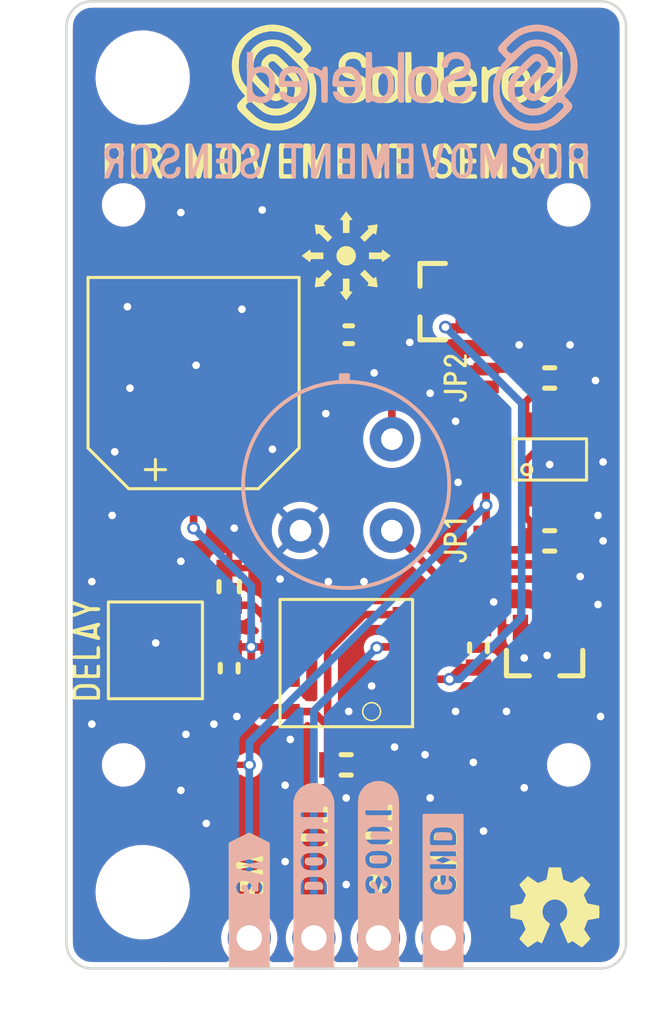
<source format=kicad_pcb>
(kicad_pcb (version 20211014) (generator pcbnew)
  (layers (0 "F.Cu" signal) (31 "B.Cu" signal) (34 "B.Paste" user) (35 "F.Paste" user) (36 "B.SilkS" user "B.Silkscreen") (37 "F.SilkS" user "F.Silkscreen") (38 "B.Mask" user) (39 "F.Mask" user) (44 "Edge.Cuts" user))
  (net 0 "")
  (net 1 "Net-(C1-Pad2)")
  (net 2 "GND")
  (net 3 "3V3")
  (net 4 "Net-(C4-Pad1)")
  (net 5 "REL")
  (net 6 "Net-(C5-Pad1)")
  (net 7 "5V")
  (net 8 "Net-(R1-Pad1)")
  (net 9 "TRIG")
  (net 10 "OUT")
  (net 12 "Net-(Q2-Pad3)")
  (footprint "Soldered Graphics:Version2.1.2." (layer "F.Cu") (at 91.94 129.27)
    (fp_text reference "REF**" hide)
    (fp_text value "Version2.1.2." hide)
    (fp_poly (pts (xy 0.301149 0.394494) (xy 0.285591 0.387826) (xy 0.278924 0.372269) (xy 0.278924 -0.237808) (xy 0.275034 -0.243364) (xy 0.268923 -0.242253) (xy 0.112236 -0.098901) (xy 0.101124 -0.094456) (xy 0.091678 -0.098346) (xy 0.087789 -0.107791) (xy 0.087789 -0.175578) (xy 0.100013 -0.212249) (xy 0.268923 -0.37338) (xy 0.291148 -0.383381) (xy 0.360045 -0.383381) (xy 0.375603 -0.376714) (xy 0.38227 -0.361156) (xy 0.38227 0.372269) (xy 0.375603 0.387826) (xy 0.360045 0.394494) (xy 0.301149 0.394494)) (layer "F.Cu") (width 0) (fill solid))
    (fp_poly (pts (xy 1.35128 0.394494) (xy 1.335723 0.387826) (xy 1.329055 0.372269) (xy 1.329055 0.272256) (xy 1.335723 0.256699) (xy 1.35128 0.250031) (xy 1.451293 0.250031) (xy 1.46685 0.256699) (xy 1.473518 0.272256) (xy 1.473518 0.372269) (xy 1.46685 0.387826) (xy 1.451293 0.394494) (xy 1.35128 0.394494)) (layer "F.Cu") (width 0) (fill solid))
    (fp_poly (pts (xy -0.117793 0.394494) (xy -0.13335 0.387826) (xy -0.140018 0.372269) (xy -0.140018 0.272256) (xy -0.13335 0.256699) (xy -0.117793 0.250031) (xy -0.01778 0.250031) (xy -0.002223 0.256699) (xy 0.004445 0.272256) (xy 0.004445 0.372269) (xy -0.002223 0.387826) (xy -0.01778 0.394494) (xy -0.117793 0.394494)) (layer "F.Cu") (width 0) (fill solid))
    (fp_poly (pts (xy -0.670084 0.394494) (xy -0.685641 0.387826) (xy -0.692309 0.372269) (xy -0.692309 0.300038) (xy -0.682308 0.272256) (xy -0.433388 -0.015558) (xy -0.400883 -0.057646) (xy -0.378936 -0.097234) (xy -0.362268 -0.180023) (xy -0.369074 -0.228362) (xy -0.389493 -0.264478) (xy -0.466725 -0.294481) (xy -0.51437 -0.286147) (xy -0.550624 -0.261144) (xy -0.573544 -0.221417) (xy -0.581184 -0.16891) (xy -0.581184 -0.152241) (xy -0.587851 -0.136684) (xy -0.603409 -0.130016) (xy -0.661194 -0.130016) (xy -0.677307 -0.136128) (xy -0.683419 -0.152241) (xy -0.683419 -0.180023) (xy -0.676612 -0.239752) (xy -0.656193 -0.292259) (xy -0.623411 -0.335598) (xy -0.579517 -0.367824) (xy -0.526594 -0.387826) (xy -0.466725 -0.394494) (xy -0.407968 -0.387826) (xy -0.356156 -0.367824) (xy -0.313095 -0.335736) (xy -0.280591 -0.292814) (xy -0.260171 -0.24128) (xy -0.253365 -0.183356) (xy -0.258921 -0.123627) (xy -0.27559 -0.068898) (xy -0.305038 -0.01528) (xy -0.348933 0.041116) (xy -0.555625 0.276701) (xy -0.56007 0.285591) (xy -0.556736 0.292814) (xy -0.547846 0.295593) (xy -0.267811 0.295593) (xy -0.245586 0.317818) (xy -0.245586 0.372269) (xy -0.251143 0.388382) (xy -0.267811 0.394494) (xy -0.670084 0.394494)) (layer "F.Cu") (width 0) (fill solid))
    (fp_poly (pts (xy 0.548958 0.394494) (xy 0.5334 0.387826) (xy 0.526733 0.372269) (xy 0.526733 0.272256) (xy 0.5334 0.256699) (xy 0.548958 0.250031) (xy 0.64897 0.250031) (xy 0.664528 0.256699) (xy 0.671195 0.272256) (xy 0.671195 0.372269) (xy 0.664528 0.387826) (xy 0.64897 0.394494) (xy 0.548958 0.394494)) (layer "F.Cu") (width 0) (fill solid))
    (fp_poly (pts (xy -1.254601 0.394494) (xy -1.275715 0.377825) (xy -1.469073 -0.126683) (xy -1.473518 -0.144463) (xy -1.467406 -0.156131) (xy -1.451293 -0.161131) (xy -1.382395 -0.161131) (xy -1.361281 -0.144463) (xy -1.232376 0.225584) (xy -1.224598 0.232251) (xy -1.216819 0.225584) (xy -1.087914 -0.144463) (xy -1.0668 -0.161131) (xy -0.997903 -0.161131) (xy -0.981789 -0.156686) (xy -0.975678 -0.145574) (xy -0.980123 -0.126683) (xy -1.172369 0.377825) (xy -1.193483 0.394494) (xy -1.254601 0.394494)) (layer "F.Cu") (width 0) (fill solid))
    (fp_poly (pts (xy 0.798989 0.394494) (xy 0.783431 0.387826) (xy 0.776764 0.372269) (xy 0.776764 0.300038) (xy 0.786765 0.272256) (xy 1.035685 -0.015558) (xy 1.068189 -0.057646) (xy 1.090136 -0.097234) (xy 1.106805 -0.180023) (xy 1.099999 -0.228362) (xy 1.079579 -0.264478) (xy 1.002348 -0.294481) (xy 0.954703 -0.286147) (xy 0.918448 -0.261144) (xy 0.895529 -0.221417) (xy 0.887889 -0.16891) (xy 0.887889 -0.152241) (xy 0.881221 -0.136684) (xy 0.865664 -0.130016) (xy 0.807879 -0.130016) (xy 0.791766 -0.136128) (xy 0.785654 -0.152241) (xy 0.785654 -0.180023) (xy 0.79246 -0.239752) (xy 0.812879 -0.292259) (xy 0.845661 -0.335598) (xy 0.889556 -0.367824) (xy 0.942479 -0.387826) (xy 1.002348 -0.394494) (xy 1.061105 -0.387826) (xy 1.112917 -0.367824) (xy 1.155978 -0.335736) (xy 1.188482 -0.292814) (xy 1.208901 -0.24128) (xy 1.215708 -0.183356) (xy 1.210151 -0.123627) (xy 1.193483 -0.068898) (xy 1.164034 -0.01528) (xy 1.12014 0.041116) (xy 0.913448 0.276701) (xy 0.909003 0.285591) (xy 0.912336 0.292814) (xy 0.921226 0.295593) (xy 1.201261 0.295593) (xy 1.223486 0.317818) (xy 1.223486 0.372269) (xy 1.21793 0.388382) (xy 1.201261 0.394494) (xy 0.798989 0.394494)) (layer "F.Cu") (width 0) (fill solid))
  )
  (footprint "" (layer "F.Cu") (at 92.25 100)
    (fp_text reference "HOLE_L2" hide)
    (fp_text value "" hide)
    (pad "" np_thru_hole circle locked (at 0 0) (size 1.2 1.2) (drill 1.2) (layers F&B.Cu *.Mask))
  )
  (footprint "buzzardLabel" (layer "F.Cu") (at 102.27 130.4 90)
    (fp_text reference "" (at 0 0 90) (layer "F.SilkS") (effects (font (size 1.27 1.27))))
    (fp_text value "" (at 0 0 90) (layer "F.SilkS") (effects (font (size 1.27 1.27))))
  )
  (footprint "e-radionica.com footprinti:FIDUCIAL_23" (layer "F.Cu") (at 108.5 103.2)
    (fp_text reference "FD1")
    (fp_text value "FIDUCIAL")
    (fp_circle (center 0 0) (end 1 0) (layer "F.Cu") (width 0.2) (fill none))
    (pad "1" smd circle (at 0 0) (size 1 1) (layers "F.Cu" "F.Paste" "F.Mask") (clearance 1.1))
  )
  (footprint "buzzardLabel" (layer "F.Cu") (at 104.81 130.4 90)
    (fp_text reference "" (at 0 0 90) (layer "F.SilkS") (effects (font (size 1.27 1.27))))
    (fp_text value "" (at 0 0 90) (layer "F.SilkS") (effects (font (size 1.27 1.27))))
  )
  (footprint "e-radionica.com footprinti:0603R" (layer "F.Cu") (at 106.2 117.4 90)
    (fp_text reference "R2")
    (fp_text value "10k")
    (pad "1" smd rect locked (at -0.775 0 180) (size 1 0.64) (layers "F.Cu" "F.Paste" "F.Mask") (net 9 "TRIG"))
    (pad "2" smd rect locked (at 0.775 0 180) (size 1 0.64) (layers "F.Cu" "F.Paste" "F.Mask") (net 7 "5V"))
  )
  (footprint "e-radionica.com footprinti:0603C" (layer "F.Cu") (at 109 106.8 180)
    (fp_text reference "C2")
    (fp_text value "2u2")
    (pad "1" smd rect locked (at -0.73 0 180) (size 0.66 1) (layers "F.Cu" "F.Paste" "F.Mask") (net 2 "GND"))
    (pad "2" smd rect locked (at 0.73 0 180) (size 0.66 1) (layers "F.Cu" "F.Paste" "F.Mask") (net 3 "3V3"))
  )
  (footprint "" (layer "F.Cu") (at 92.25 122)
    (fp_text reference "HOLE_L1" hide)
    (fp_text value "" hide)
    (pad "" np_thru_hole circle locked (at 0 0) (size 1.2 1.2) (drill 1.2) (layers F&B.Cu *.Mask))
  )
  (footprint "e-radionica.com footprinti:0603C" (layer "F.Cu") (at 101 122)
    (fp_text reference "C3")
    (fp_text value "100n")
    (pad "1" smd rect locked (at -0.73 0) (size 0.66 1) (layers "F.Cu" "F.Paste" "F.Mask") (net 7 "5V"))
    (pad "2" smd rect locked (at 0.73 0) (size 0.66 1) (layers "F.Cu" "F.Paste" "F.Mask") (net 2 "GND"))
  )
  (footprint "e-radionica.com footprinti:SOT-23-3" (layer "F.Cu") (at 104.6 103.8 180)
    (fp_text reference "Q2")
    (fp_text value "PNP")
    (pad "1" smd rect locked (at -1.2 -0.95 270) (size 0.6 1) (layers "F.Cu" "F.Paste" "F.Mask") (net 9 "TRIG"))
    (pad "2" smd rect locked (at -1.2 0.95 270) (size 0.6 1) (layers "F.Cu" "F.Paste" "F.Mask") (net 2 "GND"))
    (pad "3" smd rect locked (at 1.2 0 270) (size 0.6 1) (layers "F.Cu" "F.Paste" "F.Mask") (net 12 "Net-(Q2-Pad3)"))
  )
  (footprint "e-radionica.com footprinti:ELECTROLITIC_CAP_8x8x14.5" (layer "F.Cu") (at 95 107 90)
    (fp_text reference "C5")
    (fp_text value "EMZR160ARA681MHA0G")
    (pad "1" smd rect (at -3.3 0 180) (size 1.2 3.4) (layers "F.Cu" "F.Paste" "F.Mask") (net 6 "Net-(C5-Pad1)"))
    (pad "2" smd rect (at 3.3 0 180) (size 1.2 3.4) (layers "F.Cu" "F.Paste" "F.Mask") (net 2 "GND"))
  )
  (footprint "Soldered Graphics:Logo-Back-SolderedFULL-13mm" (layer "F.Cu") (at 103.6 95)
    (fp_text reference "REF**" hide)
    (fp_text value "Logo-Front-SolderedFULL-13mm" hide)
  )
  (footprint "" (layer "F.Cu") (at 109.75 100)
    (fp_text reference "HOLE_L3" hide)
    (fp_text value "" hide)
    (pad "" np_thru_hole circle locked (at 0 0) (size 1.2 1.2) (drill 1.2) (layers F&B.Cu *.Mask))
  )
  (footprint "e-radionica.com footprinti:HOLE_3.2mm" (layer "F.Cu") (at 93 95)
    (fp_text reference "H2" hide)
    (fp_text value "HOLE_3.2mm" hide)
    (pad "" np_thru_hole circle locked (at 0 0) (size 3.2 3.2) (drill 3.2) (layers F&B.Cu *.Mask))
  )
  (footprint "e-radionica.com footprinti:0603C" (layer "F.Cu") (at 109 113.2 180)
    (fp_text reference "C1")
    (fp_text value "2u2")
    (pad "1" smd rect locked (at -0.73 0 180) (size 0.66 1) (layers "F.Cu" "F.Paste" "F.Mask") (net 2 "GND"))
    (pad "2" smd rect locked (at 0.73 0 180) (size 0.66 1) (layers "F.Cu" "F.Paste" "F.Mask") (net 1 "Net-(C1-Pad2)"))
  )
  (footprint "e-radionica.com footprinti:SOIC−8" (layer "F.Cu") (at 101 118 180)
    (fp_text reference "U3")
    (fp_text value "NE555DR")
    (pad "1" smd rect locked (at -2.6 -1.905 180) (size 1.55 0.6) (layers "F.Cu" "F.Paste" "F.Mask") (net 2 "GND"))
    (pad "2" smd rect locked (at -2.6 -0.635 180) (size 1.55 0.6) (layers "F.Cu" "F.Paste" "F.Mask") (net 9 "TRIG"))
    (pad "3" smd rect locked (at -2.6 0.635 180) (size 1.55 0.6) (layers "F.Cu" "F.Paste" "F.Mask") (net 10 "OUT"))
    (pad "4" smd rect locked (at -2.6 1.905 180) (size 1.55 0.6) (layers "F.Cu" "F.Paste" "F.Mask") (net 7 "5V"))
    (pad "5" smd rect locked (at 2.6 1.905 180) (size 1.55 0.6) (layers "F.Cu" "F.Paste" "F.Mask") (net 4 "Net-(C4-Pad1)"))
    (pad "6" smd rect locked (at 2.6 0.635 180) (size 1.55 0.6) (layers "F.Cu" "F.Paste" "F.Mask") (net 6 "Net-(C5-Pad1)"))
    (pad "7" smd rect locked (at 2.6 -0.635 180) (size 1.55 0.6) (layers "F.Cu" "F.Paste" "F.Mask") (net 6 "Net-(C5-Pad1)"))
    (pad "8" smd rect locked (at 2.6 -1.905 180) (size 1.55 0.6) (layers "F.Cu" "F.Paste" "F.Mask") (net 7 "5V"))
  )
  (footprint "e-radionica.com footprinti:0603R" (layer "F.Cu") (at 101.1 105.1 180)
    (fp_text reference "R4")
    (fp_text value "10R")
    (pad "1" smd rect locked (at -0.775 0 270) (size 1 0.64) (layers "F.Cu" "F.Paste" "F.Mask") (net 12 "Net-(Q2-Pad3)"))
    (pad "2" smd rect locked (at 0.775 0 270) (size 1 0.64) (layers "F.Cu" "F.Paste" "F.Mask") (net 6 "Net-(C5-Pad1)"))
  )
  (footprint "Soldered Graphics:Logo-Front-SolderedFULL-13mm" (layer "F.Cu") (at 103 95)
    (fp_text reference "REF**" hide)
    (fp_text value "Logo-Front-SolderedFULL-13mm" hide)
  )
  (footprint "e-radionica.com footprinti:0603R" (layer "F.Cu") (at 96.4 118.2 -90)
    (fp_text reference "R3")
    (fp_text value "1k")
    (pad "1" smd rect locked (at -0.775 0) (size 1 0.64) (layers "F.Cu" "F.Paste" "F.Mask") (net 6 "Net-(C5-Pad1)"))
    (pad "2" smd rect locked (at 0.775 0) (size 1 0.64) (layers "F.Cu" "F.Paste" "F.Mask") (net 8 "Net-(R1-Pad1)"))
  )
  (footprint "buzzardLabel" (layer "F.Cu") (at 105.3 113.2 90)
    (fp_text reference "" (at 0 0 90) (layer "F.SilkS") (effects (font (size 1.27 1.27))))
    (fp_text value "" (at 0 0 90) (layer "F.SilkS") (effects (font (size 1.27 1.27))))
  )
  (footprint "buzzardLabel" (layer "F.Cu") (at 105.3 106.8 90)
    (fp_text reference "" (at 0 0 90) (layer "F.SilkS") (effects (font (size 1.27 1.27))))
    (fp_text value "" (at 0 0 90) (layer "F.SilkS") (effects (font (size 1.27 1.27))))
  )
  (footprint "e-radionica.com footprinti:HEADER_MALE_4X1" (layer "F.Cu") (at 101 128.8 180)
    (fp_text reference "K1")
    (fp_text value "HEADER_MALE_4X1")
    (pad "1" thru_hole circle locked (at -3.81 0 180) (size 1.7 1.7) (drill 1) (layers *.Cu *.Mask) (net 2 "GND"))
    (pad "2" thru_hole circle locked (at -1.27 0 180) (size 1.7 1.7) (drill 1) (layers *.Cu *.Mask) (net 5 "REL"))
    (pad "3" thru_hole circle locked (at 1.27 0 180) (size 1.7 1.7) (drill 1) (layers *.Cu *.Mask) (net 10 "OUT"))
    (pad "4" thru_hole circle locked (at 3.81 0 180) (size 1.7 1.7) (drill 1) (layers *.Cu *.Mask) (net 7 "5V"))
  )
  (footprint "buzzardLabel" (layer "F.Cu") (at 101 98.3)
    (fp_text reference "" (at 0 0) (layer "F.SilkS") (effects (font (size 1.27 1.27))))
    (fp_text value "" (at 0 0) (layer "F.SilkS") (effects (font (size 1.27 1.27))))
  )
  (footprint "e-radionica.com footprinti:SOT-23-5" (layer "F.Cu") (at 109 110 90)
    (fp_text reference "U2")
    (fp_text value "SE5218")
    (pad "1" smd rect locked (at -1.3 -0.95 90) (size 1.1 0.6) (layers "F.Cu" "F.Paste" "F.Mask") (net 1 "Net-(C1-Pad2)"))
    (pad "2" smd rect locked (at -1.3 0 90) (size 1.1 0.6) (layers "F.Cu" "F.Paste" "F.Mask") (net 2 "GND"))
    (pad "3" smd rect locked (at -1.3 0.95 90) (size 1.1 0.6) (layers "F.Cu" "F.Paste" "F.Mask") (net 1 "Net-(C1-Pad2)"))
    (pad "4" smd rect locked (at 1.3 0.95 90) (size 1.1 0.6) (layers "F.Cu" "F.Paste" "F.Mask"))
    (pad "5" smd rect locked (at 1.3 -0.95 90) (size 1.1 0.6) (layers "F.Cu" "F.Paste" "F.Mask") (net 3 "3V3"))
  )
  (footprint "Soldered Graphics:Symbol-Front-Movement" (layer "F.Cu") (at 101 102)
    (fp_text reference "G***" hide)
    (fp_text value "LOGO" hide)
  )
  (footprint "buzzardLabel" (layer "F.Cu") (at 99.73 130.4 90)
    (fp_text reference "" (at 0 0 90) (layer "F.SilkS") (effects (font (size 1.27 1.27))))
    (fp_text value "" (at 0 0 90) (layer "F.SilkS") (effects (font (size 1.27 1.27))))
  )
  (footprint "e-radionica.com footprinti:SMD_JUMPER" (layer "F.Cu") (at 106.5 106.8 90)
    (fp_text reference "JP2")
    (fp_text value "SMD_JUMPER")
    (pad "1" smd rect locked (at -0.35 0 90) (size 0.5 1) (layers "F.Cu" "F.Mask") (net 7 "5V"))
    (pad "2" smd rect locked (at 0.35 0 90) (size 0.5 1) (layers "F.Cu" "F.Mask") (net 3 "3V3"))
  )
  (footprint "e-radionica.com footprinti:HOLE_3.2mm" (layer "F.Cu") (at 93 127)
    (fp_text reference "H1" hide)
    (fp_text value "HOLE_3.2mm" hide)
    (pad "" np_thru_hole circle locked (at 0 0) (size 3.2 3.2) (drill 3.2) (layers F&B.Cu *.Mask))
  )
  (footprint "e-radionica.com footprinti:0603C" (layer "F.Cu") (at 96.4 115 90)
    (fp_text reference "C4")
    (fp_text value "10n")
    (pad "1" smd rect locked (at -0.73 0 90) (size 0.66 1) (layers "F.Cu" "F.Paste" "F.Mask") (net 4 "Net-(C4-Pad1)"))
    (pad "2" smd rect locked (at 0.73 0 90) (size 0.66 1) (layers "F.Cu" "F.Paste" "F.Mask") (net 2 "GND"))
  )
  (footprint "e-radionica.com footprinti:tc33x-2-103e" (layer "F.Cu") (at 93.5 117.5 180)
    (fp_text reference "R1")
    (fp_text value "TC33X-2-105E")
    (pad "1" smd rect locked (at -1 1.8 180) (size 1.2 1.2) (layers "F.Cu" "F.Paste" "F.Mask") (net 8 "Net-(R1-Pad1)"))
    (pad "2" smd rect locked (at 0 -1.45 180) (size 1.6 1.5) (layers "F.Cu" "F.Paste" "F.Mask") (net 7 "5V"))
    (pad "3" smd rect locked (at 1 1.8 180) (size 1.2 1.2) (layers "F.Cu" "F.Paste" "F.Mask") (net 7 "5V"))
  )
  (footprint "buzzardLabel" (layer "F.Cu") (at 97.19 130.4 90)
    (fp_text reference "" (at 0 0 90) (layer "F.SilkS") (effects (font (size 1.27 1.27))))
    (fp_text value "" (at 0 0 90) (layer "F.SilkS") (effects (font (size 1.27 1.27))))
  )
  (footprint "" (layer "F.Cu") (at 109.75 122)
    (fp_text reference "HOLE_L4" hide)
    (fp_text value "" hide)
    (pad "" np_thru_hole circle locked (at 0 0) (size 1.2 1.2) (drill 1.2) (layers F&B.Cu *.Mask))
  )
  (footprint "e-radionica.com footprinti:SOT-23-3" (layer "F.Cu") (at 108.8 117.8 -90)
    (fp_text reference "Q1")
    (fp_text value "NMOS")
    (pad "1" smd rect locked (at -1.2 -0.95) (size 0.6 1) (layers "F.Cu" "F.Paste" "F.Mask") (net 5 "REL"))
    (pad "2" smd rect locked (at -1.2 0.95) (size 0.6 1) (layers "F.Cu" "F.Paste" "F.Mask") (net 2 "GND"))
    (pad "3" smd rect locked (at 1.2 0) (size 0.6 1) (layers "F.Cu" "F.Paste" "F.Mask") (net 9 "TRIG"))
  )
  (footprint "buzzardLabel" (layer "F.Cu") (at 90.8 117.5 90)
    (fp_text reference "" (at 0 0 90) (layer "F.SilkS") (effects (font (size 1.27 1.27))))
    (fp_text value "" (at 0 0 90) (layer "F.SilkS") (effects (font (size 1.27 1.27))))
  )
  (footprint "e-radionica.com footprinti:SMD-JUMPER-CONNECTED_TRACE_SLODERMASK" (layer "F.Cu") (at 106.5 113.2 90)
    (fp_text reference "JP1")
    (fp_text value "SMD-JUMPER-CONNECTED_TRACE_SLODERMASK")
    (fp_poly (pts (xy 0.1 0.1) (xy -0.1 0.1) (xy -0.1 -0.1) (xy 0.1 -0.1)) (layer "F.Cu") (width 0.1) (fill solid))
    (pad "1" smd rect (at -0.35 0 90) (size 0.5 1) (layers "F.Cu" "F.Mask") (net 1 "Net-(C1-Pad2)"))
    (pad "2" smd rect (at 0.35 0 90) (size 0.5 1) (layers "F.Cu" "F.Mask") (net 7 "5V"))
  )
  (footprint "e-radionica.com footprinti:PIR_senzor" (layer "B.Cu") (at 101 111 -135)
    (fp_text reference "U1")
    (fp_text value "AM312")
    (pad "1" thru_hole circle locked (at -2.54 0 225) (size 1.75 1.75) (drill 0.85) (layers *.Cu *.Mask) (net 3 "3V3"))
    (pad "2" thru_hole circle locked (at 0 -2.54 225) (size 1.75 1.75) (drill 0.85) (layers *.Cu *.Mask) (net 5 "REL"))
    (pad "3" thru_hole circle locked (at 2.54 0 225) (size 1.75 1.75) (drill 0.85) (layers *.Cu *.Mask) (net 2 "GND"))
  )
  (footprint "buzzardLabel" (layer "B.Cu") (at 99.73 130.4 90)
    (fp_text reference "" (at 0 0 90) (layer "B.SilkS") (effects (font (size 1.27 1.27)) (justify mirror)))
    (fp_text value "" (at 0 0 90) (layer "B.SilkS") (effects (font (size 1.27 1.27)) (justify mirror)))
  )
  (footprint "buzzardLabel" (layer "B.Cu") (at 97.19 130.4 90)
    (fp_text reference "" (at 0 0 90) (layer "B.SilkS") (effects (font (size 1.27 1.27)) (justify mirror)))
    (fp_text value "" (at 0 0 90) (layer "B.SilkS") (effects (font (size 1.27 1.27)) (justify mirror)))
  )
  (footprint "buzzardLabel" (layer "B.Cu") (at 102.27 130.4 90)
    (fp_text reference "" (at 0 0 90) (layer "B.SilkS") (effects (font (size 1.27 1.27)) (justify mirror)))
    (fp_text value "" (at 0 0 90) (layer "B.SilkS") (effects (font (size 1.27 1.27)) (justify mirror)))
  )
  (footprint "buzzardLabel" (layer "B.Cu") (at 101 98.3 180)
    (fp_text reference "" (at 0 0) (layer "B.SilkS") (effects (font (size 1.27 1.27)) (justify mirror)))
    (fp_text value "" (at 0 0) (layer "B.SilkS") (effects (font (size 1.27 1.27)) (justify mirror)))
  )
  (footprint "Soldered Graphics:Logo-Back-OSH-3.5mm" (layer "B.Cu") (at 109.2 127.6 180)
    (fp_text reference "G***" hide)
    (fp_text value "LOGO" hide)
  )
  (footprint "buzzardLabel" (layer "B.Cu") (at 104.81 130.4 90)
    (fp_text reference "" (at 0 0 90) (layer "B.SilkS") (effects (font (size 1.27 1.27)) (justify mirror)))
    (fp_text value "" (at 0 0 90) (layer "B.SilkS") (effects (font (size 1.27 1.27)) (justify mirror)))
  )
  (gr_arc (start 91 130) (mid 90.292893 129.707107) (end 90 129) (layer "Edge.Cuts") (width 0.1))
  (gr_line (start 91 92) (end 111 92) (layer "Edge.Cuts") (width 0.1))
  (gr_line (start 111 130) (end 91 130) (layer "Edge.Cuts") (width 0.1))
  (gr_arc (start 90 93) (mid 90.292893 92.292893) (end 91 92) (layer "Edge.Cuts") (width 0.1))
  (gr_line (start 112 93) (end 112 129) (layer "Edge.Cuts") (width 0.1))
  (gr_line (start 90 129) (end 90 93) (layer "Edge.Cuts") (width 0.1))
  (gr_arc (start 112 129) (mid 111.707107 129.707107) (end 111 130) (layer "Edge.Cuts") (width 0.1))
  (gr_arc (start 111 92) (mid 111.707107 92.292893) (end 112 93) (layer "Edge.Cuts") (width 0.1))
  (segment (start 109.4 109.5) (end 109.95 110.05) (width 0.254) (layer "F.Cu") (net 1))
  (segment (start 106.5 113.55) (end 107.92 113.55) (width 0.3) (layer "F.Cu") (net 1))
  (segment (start 108.27 112.47) (end 108.05 112.25) (width 0.3) (layer "F.Cu") (net 1))
  (segment (start 107.92 113.55) (end 108.27 113.2) (width 0.3) (layer "F.Cu") (net 1))
  (segment (start 108.599511 109.5) (end 109.4 109.5) (width 0.254) (layer "F.Cu") (net 1))
  (segment (start 108.05 110.049511) (end 108.599511 109.5) (width 0.254) (layer "F.Cu") (net 1))
  (segment (start 108.27 113.2) (end 108.27 112.47) (width 0.3) (layer "F.Cu") (net 1))
  (segment (start 108.05 112.25) (end 108.05 111.3) (width 0.3) (layer "F.Cu") (net 1))
  (segment (start 109.95 110.05) (end 109.95 111.3) (width 0.254) (layer "F.Cu") (net 1))
  (segment (start 108.05 111.3) (end 108.05 110.049511) (width 0.254) (layer "F.Cu") (net 1))
  (via (at 94.5 123) (size 0.5) (drill 0.3) (layers "F.Cu" "B.Cu") (net 2))
  (via (at 100.2 108.2) (size 0.5) (drill 0.3) (layers "F.Cu" "B.Cu") (net 2))
  (via (at 96.6 112.7) (size 0.5) (drill 0.3) (layers "F.Cu" "B.Cu") (net 2))
  (via (at 110.8 106.9) (size 0.5) (drill 0.3) (layers "F.Cu" "B.Cu") (net 2))
  (via (at 94.7 120.8) (size 0.5) (drill 0.3) (layers "F.Cu" "B.Cu") (net 2))
  (via (at 108 122.9) (size 0.5) (drill 0.3) (layers "F.Cu" "B.Cu") (net 2))
  (via (at 110.9 112.2) (size 0.5) (drill 0.3) (layers "F.Cu" "B.Cu") (net 2))
  (via (at 92.5 107.2) (size 0.5) (drill 0.3) (layers "F.Cu" "B.Cu") (net 2))
  (via (at 104.3 123.3) (size 0.5) (drill 0.3) (layers "F.Cu" "B.Cu") (net 2))
  (via (at 101 126.7) (size 0.5) (drill 0.3) (layers "F.Cu" "B.Cu") (net 2))
  (via (at 101 123.3) (size 0.5) (drill 0.3) (layers "F.Cu" "B.Cu") (net 2))
  (via (at 111.1 110.1) (size 0.5) (drill 0.3) (layers "F.Cu" "B.Cu") (net 2))
  (via (at 102.9 121.3) (size 0.5) (drill 0.3) (layers "F.Cu" "B.Cu") (net 2))
  (via (at 111.1 113.2) (size 0.5) (drill 0.3) (layers "F.Cu" "B.Cu") (net 2))
  (via (at 95.1 106.3) (size 0.5) (drill 0.3) (layers "F.Cu" "B.Cu") (net 2))
  (via (at 110.2 114.6) (size 0.5) (drill 0.3) (layers "F.Cu" "B.Cu") (net 2))
  (via (at 98.8 121) (size 0.5) (drill 0.3) (layers "F.Cu" "B.Cu") (net 2))
  (via (at 107.3 119.9) (size 0.5) (drill 0.3) (layers "F.Cu" "B.Cu") (net 2))
  (via (at 91 120.4) (size 0.5) (drill 0.3) (layers "F.Cu" "B.Cu") (net 2))
  (via (at 106.4 124.6) (size 0.5) (drill 0.3) (layers "F.Cu" "B.Cu") (net 2))
  (via (at 105.3 108.5) (size 0.5) (drill 0.3) (layers "F.Cu" "B.Cu") (net 2))
  (via (at 105.3 119.9) (size 0.5) (drill 0.3) (layers "F.Cu" "B.Cu") (net 2))
  (via (at 94.5 114) (size 0.5) (drill 0.3) (layers "F.Cu" "B.Cu") (net 2))
  (via (at 109 110.2) (size 0.5) (drill 0.3) (layers "F.Cu" "B.Cu") (net 2))
  (via (at 106.8 115.6) (size 0.5) (drill 0.3) (layers "F.Cu" "B.Cu") (net 2))
  (via (at 111 120.1) (size 0.5) (drill 0.3) (layers "F.Cu" "B.Cu") (net 2))
  (via (at 93.51 117.21) (size 0.5) (drill 0.3) (layers "F.Cu" "B.Cu") (net 2))
  (via (at 107.8 105.5) (size 0.5) (drill 0.3) (layers "F.Cu" "B.Cu") (net 2))
  (via (at 91.9 109.7) (size 0.5) (drill 0.3) (layers "F.Cu" "B.Cu") (net 2))
  (via (at 92.4 104) (size 0.5) (drill 0.3) (layers "F.Cu" "B.Cu") (net 2))
  (via (at 95.8 120.4) (size 0.5) (drill 0.3) (layers "F.Cu" "B.Cu") (net 2))
  (via (at 98.6 125.8) (size 0.5) (drill 0.3) (layers "F.Cu" "B.Cu") (net 2))
  (via (at 96.9 104.1) (size 0.5) (drill 0.3) (layers "F.Cu" "B.Cu") (net 2))
  (via (at 100.3 114.8) (size 0.5) (drill 0.3) (layers "F.Cu" "B.Cu") (net 2))
  (via (at 101.1 119.9) (size 0.5) (drill 0.3) (layers "F.Cu" "B.Cu") (net 2))
  (via (at 104.3 107.4) (size 0.5) (drill 0.3) (layers "F.Cu" "B.Cu") (net 2))
  (via (at 109.8 105.5) (size 0.5) (drill 0.3) (layers "F.Cu" "B.Cu") (net 2))
  (via (at 105.4 110.9) (size 0.5) (drill 0.3) (layers "F.Cu" "B.Cu") (net 2))
  (via (at 95.5 124.3) (size 0.5) (drill 0.3) (layers "F.Cu" "B.Cu") (net 2))
  (via (at 96.7 120.1) (size 0.5) (drill 0.3) (layers "F.Cu" "B.Cu") (net 2))
  (via (at 98.4 114.7) (size 0.5) (drill 0.3) (layers "F.Cu" "B.Cu") (net 2))
  (via (at 97.7 100.2) (size 0.5) (drill 0.3) (layers "F.Cu" "B.Cu") (net 2))
  (via (at 110.9 115.7) (size 0.5) (drill 0.3) (layers "F.Cu" "B.Cu") (net 2))
  (via (at 102.1 106.6) (size 0.5) (drill 0.3) (layers "F.Cu" "B.Cu") (net 2))
  (via (at 101.7 114.8) (size 0.5) (drill 0.3) (layers "F.Cu" "B.Cu") (net 2))
  (via (at 98.6 122.8) (size 0.5) (drill 0.3) (layers "F.Cu" "B.Cu") (net 2))
  (via (at 98.1 109.6) (size 0.5) (drill 0.3) (layers "F.Cu" "B.Cu") (net 2))
  (via (at 91 114.8) (size 0.5) (drill 0.3) (layers "F.Cu" "B.Cu") (net 2))
  (via (at 94.5 100.3) (size 0.5) (drill 0.3) (layers "F.Cu" "B.Cu") (net 2))
  (via (at 91.8 112.2) (size 0.5) (drill 0.3) (layers "F.Cu" "B.Cu") (net 2))
  (via (at 106 121.9) (size 0.5) (drill 0.3) (layers "F.Cu" "B.Cu") (net 2))
  (via (at 108.9 117.7) (size 0.5) (drill 0.3) (layers "F.Cu" "B.Cu") (net 2))
  (via (at 102 118.9) (size 0.5) (drill 0.3) (layers "F.Cu" "B.Cu") (net 2))
  (via (at 108 117.8) (size 0.5) (drill 0.3) (layers "F.Cu" "B.Cu") (net 2))
  (via (at 104.1 121.6) (size 0.5) (drill 0.3) (layers "F.Cu" "B.Cu") (net 2))
  (via (at 103.5 105.4) (size 0.5) (drill 0.3) (layers "F.Cu" "B.Cu") (net 2))
  (segment (start 106.5 106.45) (end 103.95 106.45) (width 0.3) (layer "F.Cu") (net 3))
  (segment (start 102.796051 107.603949) (end 102.796051 109.203949) (width 0.3) (layer "F.Cu") (net 3))
  (segment (start 108.3 107.5) (end 108.3 106.83) (width 0.3) (layer "F.Cu") (net 3))
  (segment (start 106.5 106.45) (end 107.92 106.45) (width 0.3) (layer "F.Cu") (net 3))
  (segment (start 108.3 106.83) (end 108.27 106.8) (width 0.3) (layer "F.Cu") (net 3))
  (segment (start 103.95 106.45) (end 102.796051 107.603949) (width 0.3) (layer "F.Cu") (net 3))
  (segment (start 108.05 108.7) (end 108.05 107.75) (width 0.3) (layer "F.Cu") (net 3))
  (segment (start 107.92 106.45) (end 108.27 106.8) (width 0.3) (layer "F.Cu") (net 3))
  (segment (start 108.05 107.75) (end 108.3 107.5) (width 0.3) (layer "F.Cu") (net 3))
  (segment (start 97.33 115.73) (end 96.4 115.73) (width 0.3) (layer "F.Cu") (net 4))
  (segment (start 98.4 116.095) (end 97.695 116.095) (width 0.3) (layer "F.Cu") (net 4))
  (segment (start 97.695 116.095) (end 97.33 115.73) (width 0.3) (layer "F.Cu") (net 4))
  (segment (start 102.796051 112.796051) (end 104.7 114.7) (width 0.3) (layer "F.Cu") (net 5))
  (segment (start 109.75 116.6) (end 110.4 117.25) (width 0.3) (layer "F.Cu") (net 5))
  (segment (start 108.4 114.7) (end 109.75 116.05) (width 0.3) (layer "F.Cu") (net 5))
  (segment (start 104.7 114.7) (end 108.4 114.7) (width 0.3) (layer "F.Cu") (net 5))
  (segment (start 102.27 127.23) (end 102.27 128.8) (width 0.3) (layer "F.Cu") (net 5))
  (segment (start 109.75 116.05) (end 109.75 116.6) (width 0.3) (layer "F.Cu") (net 5))
  (segment (start 110.4 119.1) (end 102.27 127.23) (width 0.3) (layer "F.Cu") (net 5))
  (segment (start 110.4 117.25) (end 110.4 119.1) (width 0.3) (layer "F.Cu") (net 5))
  (segment (start 96.46 117.365) (end 96.4 117.425) (width 0.3) (layer "F.Cu") (net 6))
  (segment (start 97.265 118.065) (end 97.265 117.365) (width 0.3) (layer "F.Cu") (net 6))
  (segment (start 98.4 117.365) (end 97.365 117.365) (width 0.3) (layer "F.Cu") (net 6))
  (segment (start 95 112.7) (end 95 110.3) (width 0.3) (layer "F.Cu") (net 6))
  (segment (start 97.365 117.365) (end 96.46 117.365) (width 0.3) (layer "F.Cu") (net 6))
  (segment (start 97.835 118.635) (end 97.265 118.065) (width 0.3) (layer "F.Cu") (net 6))
  (segment (start 100.2 105.1) (end 95 110.3) (width 0.3) (layer "F.Cu") (net 6))
  (segment (start 100.325 105.1) (end 100.2 105.1) (width 0.3) (layer "F.Cu") (net 6))
  (segment (start 98.4 118.635) (end 97.835 118.635) (width 0.3) (layer "F.Cu") (net 6))
  (segment (start 97.365 117.365) (end 97.265 117.365) (width 0.3) (layer "F.Cu") (net 6))
  (via (at 95 112.7) (size 0.5) (drill 0.3) (layers "F.Cu" "B.Cu") (net 6))
  (via (at 97.265 117.365) (size 0.5) (drill 0.3) (layers "F.Cu" "B.Cu") (net 6))
  (segment (start 97.265 117.365) (end 97.265 114.965) (width 0.3) (layer "B.Cu") (net 6))
  (segment (start 97.265 114.965) (end 95 112.7) (width 0.3) (layer "B.Cu") (net 6))
  (segment (start 100.27 117.53) (end 101.705 116.095) (width 0.3) (layer "F.Cu") (net 7))
  (segment (start 93.5 120.87) (end 94.63 122) (width 0.25) (layer "F.Cu") (net 7))
  (segment (start 103.6 116.095) (end 105.67 116.095) (width 0.3) (layer "F.Cu") (net 7))
  (segment (start 93.5 118.95) (end 93.5 120.87) (width 0.25) (layer "F.Cu") (net 7))
  (segment (start 101.705 116.095) (end 103.6 116.095) (width 0.3) (layer "F.Cu") (net 7))
  (segment (start 105.67 116.095) (end 106.2 116.625) (width 0.3) (layer "F.Cu") (net 7))
  (segment (start 100.27 122) (end 100.27 120.47) (width 0.3) (layer "F.Cu") (net 7))
  (segment (start 92.5 117.95) (end 93.5 118.95) (width 0.25) (layer "F.Cu") (net 7))
  (segment (start 100.27 120.47) (end 100.27 117.53) (width 0.3) (layer "F.Cu") (net 7))
  (segment (start 99.705 119.905) (end 98.4 119.905) (width 0.3) (layer "F.Cu") (net 7))
  (segment (start 94.63 122) (end 97.2 122) (width 0.25) (layer "F.Cu") (net 7))
  (segment (start 106.5 112.85) (end 106.5 111.8) (width 0.3) (layer "F.Cu") (net 7))
  (segment (start 100.27 120.47) (end 99.705 119.905) (width 0.3) (layer "F.Cu") (net 7))
  (segment (start 92.5 115.7) (end 92.5 117.95) (width 0.25) (layer "F.Cu") (net 7))
  (segment (start 106.5 111.8) (end 106.5 107.15) (width 0.3) (layer "F.Cu") (net 7))
  (via (at 97.2 122) (size 0.5) (drill 0.3) (layers "F.Cu" "B.Cu") (net 7))
  (via (at 106.5 111.8) (size 0.5) (drill 0.3) (layers "F.Cu" "B.Cu") (net 7))
  (segment (start 97.2 122) (end 97.2 121.1) (width 0.3) (layer "B.Cu") (net 7))
  (segment (start 97.2 121.1) (end 106.5 111.8) (width 0.3) (layer "B.Cu") (net 7))
  (segment (start 97.2 122) (end 97.19 122.01) (width 0.3) (layer "B.Cu") (net 7))
  (segment (start 97.19 122.01) (end 97.19 128.8) (width 0.3) (layer "B.Cu") (net 7))
  (segment (start 94.5 115.7) (end 94.5 117.075) (width 0.25) (layer "F.Cu") (net 8))
  (segment (start 94.5 117.075) (end 96.4 118.975) (width 0.25) (layer "F.Cu") (net 8))
  (segment (start 96.4 118.975) (end 96.185 118.975) (width 0.25) (layer "F.Cu") (net 8))
  (segment (start 107.075 118.175) (end 106.2 118.175) (width 0.3) (layer "F.Cu") (net 9))
  (segment (start 105.525 118.175) (end 105.065 118.635) (width 0.3) (layer "F.Cu") (net 9))
  (segment (start 105.065 118.635) (end 103.6 118.635) (width 0.3) (layer "F.Cu") (net 9))
  (segment (start 108.8 119) (end 107.9 119) (width 0.3) (layer "F.Cu") (net 9))
  (segment (start 107.9 119) (end 107.075 118.175) (width 0.3) (layer "F.Cu") (net 9))
  (segment (start 106.2 118.175) (end 105.525 118.175) (width 0.3) (layer "F.Cu") (net 9))
  (segment (start 104.9 104.8) (end 105.75 104.8) (width 0.3) (layer "F.Cu") (net 9))
  (segment (start 105.75 104.8) (end 105.8 104.75) (width 0.3) (layer "F.Cu") (net 9))
  (via (at 105.065 118.635) (size 0.5) (drill 0.3) (layers "F.Cu" "B.Cu") (net 9))
  (via (at 104.9 104.8) (size 0.5) (drill 0.3) (layers "F.Cu" "B.Cu") (net 9))
  (segment (start 107.8 116.3) (end 107.9 116.2) (width 0.3) (layer "B.Cu") (net 9))
  (segment (start 105.465 118.635) (end 107.8 116.3) (width 0.3) (layer "B.Cu") (net 9))
  (segment (start 107.9 116.2) (end 107.9 111.4) (width 0.3) (layer "B.Cu") (net 9))
  (segment (start 107.9 111.4) (end 107.9 107.8) (width 0.3) (layer "B.Cu") (net 9))
  (segment (start 107.9 107.8) (end 104.9 104.8) (width 0.3) (layer "B.Cu") (net 9))
  (segment (start 105.065 118.635) (end 105.465 118.635) (width 0.3) (layer "B.Cu") (net 9))
  (segment (start 102.235 117.365) (end 102.2 117.4) (width 0.3) (layer "F.Cu") (net 10))
  (segment (start 103.6 117.365) (end 102.235 117.365) (width 0.3) (layer "F.Cu") (net 10))
  (via (at 102.2 117.4) (size 0.5) (drill 0.3) (layers "F.Cu" "B.Cu") (net 10))
  (segment (start 99.73 119.87) (end 99.73 128.8) (width 0.3) (layer "B.Cu") (net 10))
  (segment (start 102.2 117.4) (end 99.73 119.87) (width 0.3) (layer "B.Cu") (net 10))
  (segment (start 103.175 103.8) (end 101.875 105.1) (width 0.3) (layer "F.Cu") (net 12))
  (segment (start 103.4 103.8) (end 103.175 103.8) (width 0.3) (layer "F.Cu") (net 12))
  (zone (net 2) (net_name "GND") (layers F&B.Cu) (connect_pads (clearance 0.254)) (min_thickness 0.254) (fill yes (thermal_gap 0.254) (thermal_bridge_width 0.254))
    (polygon (pts (xy 112 130) (xy 90 130) (xy 90 92) (xy 112 92)))
  )
)
</source>
